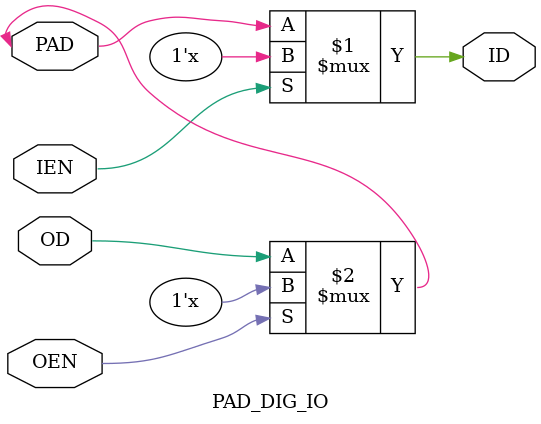
<source format=v>
/*
Copyright (c) 2019 Alibaba Group Holding Limited

Permission is hereby granted, free of charge, to any person obtaining a copy of this software and associated documentation files (the "Software"), to deal in the Software without restriction, including without limitation the rights to use, copy, modify, merge, publish, distribute, sublicense, and/or sell copies of the Software, and to permit persons to whom the Software is furnished to do so, subject to the following conditions:

The above copyright notice and this permission notice shall be included in all copies or substantial portions of the Software.

THE SOFTWARE IS PROVIDED "AS IS", WITHOUT WARRANTY OF ANY KIND, EXPRESS OR IMPLIED, INCLUDING BUT NOT LIMITED TO THE WARRANTIES OF MERCHANTABILITY, FITNESS FOR A PARTICULAR PURPOSE AND NONINFRINGEMENT. IN NO EVENT SHALL THE AUTHORS OR COPYRIGHT HOLDERS BE LIABLE FOR ANY CLAIM, DAMAGES OR OTHER LIABILITY, WHETHER IN AN ACTION OF CONTRACT, TORT OR OTHERWISE, ARISING FROM, OUT OF OR IN CONNECTION WITH THE SOFTWARE OR THE USE OR OTHER DEALINGS IN THE SOFTWARE.

*/
module PAD_DIG_IO(
    OEN,
    IEN,
    OD,
    ID,
    PAD
);

input   OEN;
input   IEN;
output  ID;
input   OD;
inout   PAD;

assign ID = IEN ? 1'bz : PAD;
assign PAD = OEN ? 1'bz : OD;

endmodule

</source>
